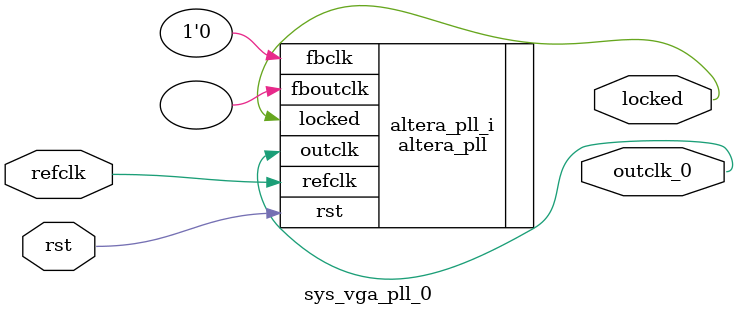
<source format=v>
`timescale 1ns/10ps
module  sys_vga_pll_0(

	// interface 'refclk'
	input wire refclk,

	// interface 'reset'
	input wire rst,

	// interface 'outclk0'
	output wire outclk_0,

	// interface 'locked'
	output wire locked
);

	altera_pll #(
		.fractional_vco_multiplier("true"),
		.reference_clock_frequency("50.0 MHz"),
		.operation_mode("normal"),
		.number_of_clocks(1),
		.output_clock_frequency0("130.000000 MHz"),
		.phase_shift0("0 ps"),
		.duty_cycle0(50),
		.output_clock_frequency1("0 MHz"),
		.phase_shift1("0 ps"),
		.duty_cycle1(50),
		.output_clock_frequency2("0 MHz"),
		.phase_shift2("0 ps"),
		.duty_cycle2(50),
		.output_clock_frequency3("0 MHz"),
		.phase_shift3("0 ps"),
		.duty_cycle3(50),
		.output_clock_frequency4("0 MHz"),
		.phase_shift4("0 ps"),
		.duty_cycle4(50),
		.output_clock_frequency5("0 MHz"),
		.phase_shift5("0 ps"),
		.duty_cycle5(50),
		.output_clock_frequency6("0 MHz"),
		.phase_shift6("0 ps"),
		.duty_cycle6(50),
		.output_clock_frequency7("0 MHz"),
		.phase_shift7("0 ps"),
		.duty_cycle7(50),
		.output_clock_frequency8("0 MHz"),
		.phase_shift8("0 ps"),
		.duty_cycle8(50),
		.output_clock_frequency9("0 MHz"),
		.phase_shift9("0 ps"),
		.duty_cycle9(50),
		.output_clock_frequency10("0 MHz"),
		.phase_shift10("0 ps"),
		.duty_cycle10(50),
		.output_clock_frequency11("0 MHz"),
		.phase_shift11("0 ps"),
		.duty_cycle11(50),
		.output_clock_frequency12("0 MHz"),
		.phase_shift12("0 ps"),
		.duty_cycle12(50),
		.output_clock_frequency13("0 MHz"),
		.phase_shift13("0 ps"),
		.duty_cycle13(50),
		.output_clock_frequency14("0 MHz"),
		.phase_shift14("0 ps"),
		.duty_cycle14(50),
		.output_clock_frequency15("0 MHz"),
		.phase_shift15("0 ps"),
		.duty_cycle15(50),
		.output_clock_frequency16("0 MHz"),
		.phase_shift16("0 ps"),
		.duty_cycle16(50),
		.output_clock_frequency17("0 MHz"),
		.phase_shift17("0 ps"),
		.duty_cycle17(50),
		.pll_type("General"),
		.pll_subtype("General")
	) altera_pll_i (
		.rst	(rst),
		.outclk	({outclk_0}),
		.locked	(locked),
		.fboutclk	( ),
		.fbclk	(1'b0),
		.refclk	(refclk)
	);
endmodule


</source>
